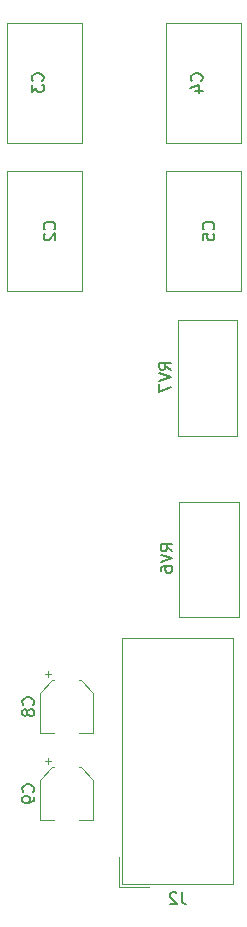
<source format=gbr>
G04 #@! TF.GenerationSoftware,KiCad,Pcbnew,(5.1.2-1)-1*
G04 #@! TF.CreationDate,2019-08-21T11:01:54-07:00*
G04 #@! TF.ProjectId,AS3320_VCF,41533333-3230-45f5-9643-462e6b696361,rev?*
G04 #@! TF.SameCoordinates,Original*
G04 #@! TF.FileFunction,Legend,Bot*
G04 #@! TF.FilePolarity,Positive*
%FSLAX46Y46*%
G04 Gerber Fmt 4.6, Leading zero omitted, Abs format (unit mm)*
G04 Created by KiCad (PCBNEW (5.1.2-1)-1) date 2019-08-21 11:01:54*
%MOMM*%
%LPD*%
G04 APERTURE LIST*
%ADD10C,0.120000*%
%ADD11C,0.150000*%
G04 APERTURE END LIST*
D10*
X73269000Y-90365000D02*
X68199000Y-90365000D01*
X73269000Y-100135000D02*
X68199000Y-100135000D01*
X68199000Y-100135000D02*
X68199000Y-90365000D01*
X73269000Y-100135000D02*
X73269000Y-90365000D01*
X73142000Y-74998000D02*
X68072000Y-74998000D01*
X73142000Y-84768000D02*
X68072000Y-84768000D01*
X68072000Y-84768000D02*
X68072000Y-74998000D01*
X73142000Y-84768000D02*
X73142000Y-74998000D01*
X59944000Y-62357000D02*
X56769000Y-62357000D01*
X59944000Y-72517000D02*
X59944000Y-62357000D01*
X53594000Y-72517000D02*
X59944000Y-72517000D01*
X53594000Y-62357000D02*
X53594000Y-72517000D01*
X56769000Y-62357000D02*
X53594000Y-62357000D01*
X53594000Y-59944000D02*
X56769000Y-59944000D01*
X53594000Y-49784000D02*
X53594000Y-59944000D01*
X59944000Y-49784000D02*
X53594000Y-49784000D01*
X59944000Y-59944000D02*
X59944000Y-49784000D01*
X56769000Y-59944000D02*
X59944000Y-59944000D01*
X67056000Y-59944000D02*
X70231000Y-59944000D01*
X67056000Y-49784000D02*
X67056000Y-59944000D01*
X73406000Y-49784000D02*
X67056000Y-49784000D01*
X73406000Y-59944000D02*
X73406000Y-49784000D01*
X70231000Y-59944000D02*
X73406000Y-59944000D01*
X73406000Y-62357000D02*
X70231000Y-62357000D01*
X73406000Y-72517000D02*
X73406000Y-62357000D01*
X67056000Y-72517000D02*
X73406000Y-72517000D01*
X67056000Y-62357000D02*
X67056000Y-72517000D01*
X70231000Y-62357000D02*
X67056000Y-62357000D01*
X56864000Y-104946000D02*
X57364000Y-104946000D01*
X57114000Y-104696000D02*
X57114000Y-105196000D01*
X59869563Y-105436000D02*
X60934000Y-106500437D01*
X57478437Y-105436000D02*
X56414000Y-106500437D01*
X57478437Y-105436000D02*
X57614000Y-105436000D01*
X59869563Y-105436000D02*
X59734000Y-105436000D01*
X60934000Y-106500437D02*
X60934000Y-109956000D01*
X56414000Y-106500437D02*
X56414000Y-109956000D01*
X56414000Y-109956000D02*
X57614000Y-109956000D01*
X60934000Y-109956000D02*
X59734000Y-109956000D01*
X56864000Y-112312000D02*
X57364000Y-112312000D01*
X57114000Y-112062000D02*
X57114000Y-112562000D01*
X59869563Y-112802000D02*
X60934000Y-113866437D01*
X57478437Y-112802000D02*
X56414000Y-113866437D01*
X57478437Y-112802000D02*
X57614000Y-112802000D01*
X59869563Y-112802000D02*
X59734000Y-112802000D01*
X60934000Y-113866437D02*
X60934000Y-117322000D01*
X56414000Y-113866437D02*
X56414000Y-117322000D01*
X56414000Y-117322000D02*
X57614000Y-117322000D01*
X60934000Y-117322000D02*
X59734000Y-117322000D01*
X63147000Y-122948000D02*
X65687000Y-122948000D01*
X63147000Y-122948000D02*
X63147000Y-120408000D01*
X63397000Y-122698000D02*
X72747000Y-122698000D01*
X63397000Y-101838000D02*
X63397000Y-122698000D01*
X72747000Y-101838000D02*
X63397000Y-101838000D01*
X72747000Y-122698000D02*
X72747000Y-101838000D01*
D11*
X67635380Y-94527761D02*
X67159190Y-94194428D01*
X67635380Y-93956333D02*
X66635380Y-93956333D01*
X66635380Y-94337285D01*
X66683000Y-94432523D01*
X66730619Y-94480142D01*
X66825857Y-94527761D01*
X66968714Y-94527761D01*
X67063952Y-94480142D01*
X67111571Y-94432523D01*
X67159190Y-94337285D01*
X67159190Y-93956333D01*
X66635380Y-94813476D02*
X67635380Y-95146809D01*
X66635380Y-95480142D01*
X66635380Y-96242047D02*
X66635380Y-96051571D01*
X66683000Y-95956333D01*
X66730619Y-95908714D01*
X66873476Y-95813476D01*
X67063952Y-95765857D01*
X67444904Y-95765857D01*
X67540142Y-95813476D01*
X67587761Y-95861095D01*
X67635380Y-95956333D01*
X67635380Y-96146809D01*
X67587761Y-96242047D01*
X67540142Y-96289666D01*
X67444904Y-96337285D01*
X67206809Y-96337285D01*
X67111571Y-96289666D01*
X67063952Y-96242047D01*
X67016333Y-96146809D01*
X67016333Y-95956333D01*
X67063952Y-95861095D01*
X67111571Y-95813476D01*
X67206809Y-95765857D01*
X67508380Y-79160761D02*
X67032190Y-78827428D01*
X67508380Y-78589333D02*
X66508380Y-78589333D01*
X66508380Y-78970285D01*
X66556000Y-79065523D01*
X66603619Y-79113142D01*
X66698857Y-79160761D01*
X66841714Y-79160761D01*
X66936952Y-79113142D01*
X66984571Y-79065523D01*
X67032190Y-78970285D01*
X67032190Y-78589333D01*
X66508380Y-79446476D02*
X67508380Y-79779809D01*
X66508380Y-80113142D01*
X66508380Y-80351238D02*
X66508380Y-81017904D01*
X67508380Y-80589333D01*
X57626142Y-67270333D02*
X57673761Y-67222714D01*
X57721380Y-67079857D01*
X57721380Y-66984619D01*
X57673761Y-66841761D01*
X57578523Y-66746523D01*
X57483285Y-66698904D01*
X57292809Y-66651285D01*
X57149952Y-66651285D01*
X56959476Y-66698904D01*
X56864238Y-66746523D01*
X56769000Y-66841761D01*
X56721380Y-66984619D01*
X56721380Y-67079857D01*
X56769000Y-67222714D01*
X56816619Y-67270333D01*
X56816619Y-67651285D02*
X56769000Y-67698904D01*
X56721380Y-67794142D01*
X56721380Y-68032238D01*
X56769000Y-68127476D01*
X56816619Y-68175095D01*
X56911857Y-68222714D01*
X57007095Y-68222714D01*
X57149952Y-68175095D01*
X57721380Y-67603666D01*
X57721380Y-68222714D01*
X56626142Y-54697333D02*
X56673761Y-54649714D01*
X56721380Y-54506857D01*
X56721380Y-54411619D01*
X56673761Y-54268761D01*
X56578523Y-54173523D01*
X56483285Y-54125904D01*
X56292809Y-54078285D01*
X56149952Y-54078285D01*
X55959476Y-54125904D01*
X55864238Y-54173523D01*
X55769000Y-54268761D01*
X55721380Y-54411619D01*
X55721380Y-54506857D01*
X55769000Y-54649714D01*
X55816619Y-54697333D01*
X55721380Y-55030666D02*
X55721380Y-55649714D01*
X56102333Y-55316380D01*
X56102333Y-55459238D01*
X56149952Y-55554476D01*
X56197571Y-55602095D01*
X56292809Y-55649714D01*
X56530904Y-55649714D01*
X56626142Y-55602095D01*
X56673761Y-55554476D01*
X56721380Y-55459238D01*
X56721380Y-55173523D01*
X56673761Y-55078285D01*
X56626142Y-55030666D01*
X70088142Y-54697333D02*
X70135761Y-54649714D01*
X70183380Y-54506857D01*
X70183380Y-54411619D01*
X70135761Y-54268761D01*
X70040523Y-54173523D01*
X69945285Y-54125904D01*
X69754809Y-54078285D01*
X69611952Y-54078285D01*
X69421476Y-54125904D01*
X69326238Y-54173523D01*
X69231000Y-54268761D01*
X69183380Y-54411619D01*
X69183380Y-54506857D01*
X69231000Y-54649714D01*
X69278619Y-54697333D01*
X69516714Y-55554476D02*
X70183380Y-55554476D01*
X69135761Y-55316380D02*
X69850047Y-55078285D01*
X69850047Y-55697333D01*
X71088142Y-67270333D02*
X71135761Y-67222714D01*
X71183380Y-67079857D01*
X71183380Y-66984619D01*
X71135761Y-66841761D01*
X71040523Y-66746523D01*
X70945285Y-66698904D01*
X70754809Y-66651285D01*
X70611952Y-66651285D01*
X70421476Y-66698904D01*
X70326238Y-66746523D01*
X70231000Y-66841761D01*
X70183380Y-66984619D01*
X70183380Y-67079857D01*
X70231000Y-67222714D01*
X70278619Y-67270333D01*
X70183380Y-68175095D02*
X70183380Y-67698904D01*
X70659571Y-67651285D01*
X70611952Y-67698904D01*
X70564333Y-67794142D01*
X70564333Y-68032238D01*
X70611952Y-68127476D01*
X70659571Y-68175095D01*
X70754809Y-68222714D01*
X70992904Y-68222714D01*
X71088142Y-68175095D01*
X71135761Y-68127476D01*
X71183380Y-68032238D01*
X71183380Y-67794142D01*
X71135761Y-67698904D01*
X71088142Y-67651285D01*
X55831142Y-107529333D02*
X55878761Y-107481714D01*
X55926380Y-107338857D01*
X55926380Y-107243619D01*
X55878761Y-107100761D01*
X55783523Y-107005523D01*
X55688285Y-106957904D01*
X55497809Y-106910285D01*
X55354952Y-106910285D01*
X55164476Y-106957904D01*
X55069238Y-107005523D01*
X54974000Y-107100761D01*
X54926380Y-107243619D01*
X54926380Y-107338857D01*
X54974000Y-107481714D01*
X55021619Y-107529333D01*
X55354952Y-108100761D02*
X55307333Y-108005523D01*
X55259714Y-107957904D01*
X55164476Y-107910285D01*
X55116857Y-107910285D01*
X55021619Y-107957904D01*
X54974000Y-108005523D01*
X54926380Y-108100761D01*
X54926380Y-108291238D01*
X54974000Y-108386476D01*
X55021619Y-108434095D01*
X55116857Y-108481714D01*
X55164476Y-108481714D01*
X55259714Y-108434095D01*
X55307333Y-108386476D01*
X55354952Y-108291238D01*
X55354952Y-108100761D01*
X55402571Y-108005523D01*
X55450190Y-107957904D01*
X55545428Y-107910285D01*
X55735904Y-107910285D01*
X55831142Y-107957904D01*
X55878761Y-108005523D01*
X55926380Y-108100761D01*
X55926380Y-108291238D01*
X55878761Y-108386476D01*
X55831142Y-108434095D01*
X55735904Y-108481714D01*
X55545428Y-108481714D01*
X55450190Y-108434095D01*
X55402571Y-108386476D01*
X55354952Y-108291238D01*
X55831142Y-114895333D02*
X55878761Y-114847714D01*
X55926380Y-114704857D01*
X55926380Y-114609619D01*
X55878761Y-114466761D01*
X55783523Y-114371523D01*
X55688285Y-114323904D01*
X55497809Y-114276285D01*
X55354952Y-114276285D01*
X55164476Y-114323904D01*
X55069238Y-114371523D01*
X54974000Y-114466761D01*
X54926380Y-114609619D01*
X54926380Y-114704857D01*
X54974000Y-114847714D01*
X55021619Y-114895333D01*
X55926380Y-115371523D02*
X55926380Y-115562000D01*
X55878761Y-115657238D01*
X55831142Y-115704857D01*
X55688285Y-115800095D01*
X55497809Y-115847714D01*
X55116857Y-115847714D01*
X55021619Y-115800095D01*
X54974000Y-115752476D01*
X54926380Y-115657238D01*
X54926380Y-115466761D01*
X54974000Y-115371523D01*
X55021619Y-115323904D01*
X55116857Y-115276285D01*
X55354952Y-115276285D01*
X55450190Y-115323904D01*
X55497809Y-115371523D01*
X55545428Y-115466761D01*
X55545428Y-115657238D01*
X55497809Y-115752476D01*
X55450190Y-115800095D01*
X55354952Y-115847714D01*
X68405333Y-123404380D02*
X68405333Y-124118666D01*
X68452952Y-124261523D01*
X68548190Y-124356761D01*
X68691047Y-124404380D01*
X68786285Y-124404380D01*
X67976761Y-123499619D02*
X67929142Y-123452000D01*
X67833904Y-123404380D01*
X67595809Y-123404380D01*
X67500571Y-123452000D01*
X67452952Y-123499619D01*
X67405333Y-123594857D01*
X67405333Y-123690095D01*
X67452952Y-123832952D01*
X68024380Y-124404380D01*
X67405333Y-124404380D01*
M02*

</source>
